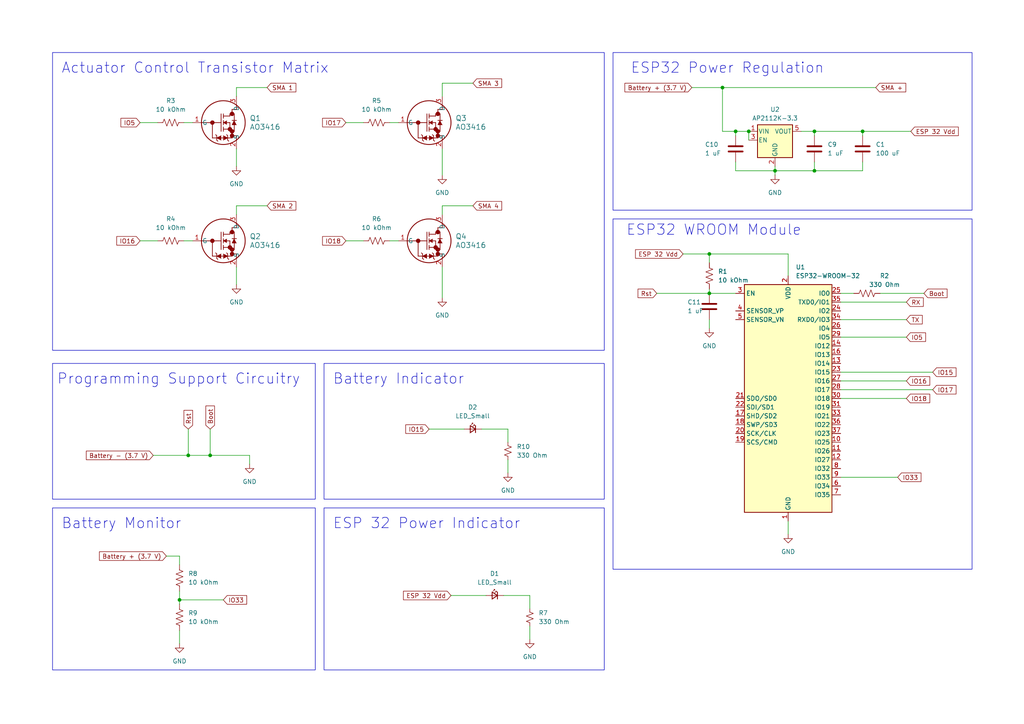
<source format=kicad_sch>
(kicad_sch (version 20230121) (generator eeschema)
  (paper "A4")
  (title_block (title "SMA Haptic Control Board") (date "2024-03-17") (rev "1") (company "CMU Soft Machine Lab"))
  (lib_symbols
    (symbol "2024-02-29_19-14-10:AO3416" (pin_names (offset 0.254))
      (property "Reference" "Q" (at 18.542 1.905 0))
      (property "Value" "AO3416" (at 18.542 -2.54 0))
      (symbol "AO3416_0_1"
        (polyline (pts (xy 2.54 0) (xy 8.255 0)) (stroke (width 0.2032)))
        (polyline (pts (xy 5.715 -4.445) (xy 5.715 0)) (stroke (width 0.2032)))
        (polyline (pts (xy 5.715 -4.445) (xy 6.985 -4.445)) (stroke (width 0.2032)))
        (polyline (pts (xy 6.985 -5.08) (xy 6.985 -3.81)) (stroke (width 0.2032)))
        (polyline (pts (xy 6.985 -5.08) (xy 7.3025 -5.3975)) (stroke (width 0.2032)))
        (polyline (pts (xy 6.985 -3.81) (xy 6.6675 -3.4925)) (stroke (width 0.2032)))
        (polyline (pts (xy 8.255 -2.54) (xy 8.255 2.54)) (stroke (width 0.2032)))
        (polyline (pts (xy 8.89 -4.445) (xy 8.255 -4.445)) (stroke (width 0.2032)))
        (polyline (pts (xy 8.89 -2.54) (xy 8.89 -1.27)) (stroke (width 0.2032)))
        (polyline (pts (xy 8.89 -1.905) (xy 10.795 -1.905)) (stroke (width 0.2032)))
        (polyline (pts (xy 8.89 -0.635) (xy 8.89 0.635)) (stroke (width 0.2032)))
        (polyline (pts (xy 8.89 1.27) (xy 8.89 2.54)) (stroke (width 0.2032)))
        (polyline (pts (xy 8.89 1.905) (xy 10.795 1.905)) (stroke (width 0.2032)))
        (polyline (pts (xy 9.906 0) (xy 10.795 0)) (stroke (width 0.2032)))
        (polyline (pts (xy 10.16 -5.08) (xy 10.4775 -5.3975)) (stroke (width 0.2032)))
        (polyline (pts (xy 10.16 -3.81) (xy 9.8425 -3.4925)) (stroke (width 0.2032)))
        (polyline (pts (xy 10.16 -3.81) (xy 10.16 -5.08)) (stroke (width 0.2032)))
        (polyline (pts (xy 10.795 -2.54) (xy 10.795 0)) (stroke (width 0.2032)))
        (polyline (pts (xy 10.795 -2.54) (xy 12.065 -2.54)) (stroke (width 0.2032)))
        (polyline (pts (xy 10.795 1.905) (xy 10.795 2.54)) (stroke (width 0.2032)))
        (polyline (pts (xy 10.795 2.54) (xy 12.065 2.54)) (stroke (width 0.2032)))
        (polyline (pts (xy 11.43 -4.445) (xy 10.16 -4.445)) (stroke (width 0.2032)))
        (polyline (pts (xy 11.43 -2.54) (xy 11.43 -4.445)) (stroke (width 0.2032)))
        (polyline (pts (xy 11.43 3.81) (xy 11.43 2.54)) (stroke (width 0.2032)))
        (polyline (pts (xy 11.43 3.81) (xy 12.7 3.81)) (stroke (width 0.2032)))
        (polyline (pts (xy 12.065 -2.54) (xy 12.065 -0.635)) (stroke (width 0.2032)))
        (polyline (pts (xy 12.065 0.635) (xy 12.065 2.54)) (stroke (width 0.2032)))
        (polyline (pts (xy 12.7 -5.08) (xy 12.7 -3.81)) (stroke (width 0.2032)))
        (polyline (pts (xy 12.7 -3.81) (xy 11.4554 -3.81)) (stroke (width 0.2032)))
        (polyline (pts (xy 12.7 0.635) (xy 11.43 0.635)) (stroke (width 0.2032)))
        (polyline (pts (xy 12.7 3.81) (xy 12.7 5.08)) (stroke (width 0.2032)))
        (polyline (pts (xy 8.255 -3.81) (xy 6.985 -4.445) (xy 8.255 -5.08)) (fill (type outline)))
        (polyline (pts (xy 8.89 -5.08) (xy 10.16 -4.445) (xy 8.89 -3.81)) (fill (type outline)))
        (polyline (pts (xy 9.906 0.508) (xy 8.89 0) (xy 9.906 -0.508)) (fill (type outline)))
        (polyline (pts (xy 12.7 -0.635) (xy 11.43 -0.635) (xy 12.065 0.635)) (fill (type outline)))
        (circle (center 5.715 0) (radius 0.127) (stroke (width 0.508)))
        (circle (center 8.89 0) (radius 6.35) (stroke (width 0.254)))
        (circle (center 10.795 -1.905) (radius 0.127) (stroke (width 0.508)))
        (circle (center 11.43 -3.81) (radius 0.127) (stroke (width 0.508)))
        (circle (center 11.43 -2.54) (radius 0.127) (stroke (width 0.508)))
        (circle (center 11.43 2.54) (radius 0.127) (stroke (width 0.508)))
        (pin unspecified line (at 0 0 0) (length 2.54) (name "G") (number "1"))
        (pin unspecified line (at 12.7 -7.62 90) (length 2.54) (name "S") (number "2"))
        (pin unspecified line (at 12.7 7.62 270) (length 2.54) (name "D") (number "3"))
      )
    )
    (symbol "Device:C" (pin_numbers hide) (pin_names (offset 0.254))
      (property "Reference" "C" (at 0.635 2.54 0))
      (property "Value" "C" (at 0.635 -2.54 0))
      (symbol "C_0_1"
        (polyline (pts (xy -2.032 -0.762) (xy 2.032 -0.762)) (stroke (width 0.508)))
        (polyline (pts (xy -2.032 0.762) (xy 2.032 0.762)) (stroke (width 0.508)))
      )
      (symbol "C_1_1"
        (pin passive line (at 0 3.81 270) (length 2.794) (name "~") (number "1"))
        (pin passive line (at 0 -3.81 90) (length 2.794) (name "~") (number "2"))
      )
    )
    (symbol "Device:LED_Small" (pin_numbers hide) (pin_names (offset 0.254) hide)
      (property "Reference" "D" (at -1.27 3.175 0))
      (property "Value" "LED_Small" (at -4.445 -2.54 0))
      (symbol "LED_Small_0_1"
        (polyline (pts (xy -0.762 -1.016) (xy -0.762 1.016)) (stroke (width 0.254)))
        (polyline (pts (xy 1.016 0) (xy -0.762 0)))
        (polyline (pts (xy 0.762 -1.016) (xy -0.762 0) (xy 0.762 1.016) (xy 0.762 -1.016)) (stroke (width 0.254)))
        (polyline (pts (xy 0 0.762) (xy -0.508 1.27) (xy -0.254 1.27) (xy -0.508 1.27) (xy -0.508 1.016)))
        (polyline (pts (xy 0.508 1.27) (xy 0 1.778) (xy 0.254 1.778) (xy 0 1.778) (xy 0 1.524)))
      )
      (symbol "LED_Small_1_1"
        (pin passive line (at -2.54 0 0) (length 1.778) (name "K") (number "1"))
        (pin passive line (at 2.54 0 180) (length 1.778) (name "A") (number "2"))
      )
    )
    (symbol "Device:R_Small_US" (pin_numbers hide) (pin_names (offset 0.254) hide)
      (property "Reference" "R" (at 0.762 0.508 0))
      (property "Value" "R_Small_US" (at 0.762 -1.016 0))
      (symbol "R_Small_US_1_1"
        (polyline (pts (xy 0 0) (xy 1.016 -0.381) (xy 0 -0.762) (xy -1.016 -1.143) (xy 0 -1.524)))
        (polyline (pts (xy 0 1.524) (xy 1.016 1.143) (xy 0 0.762) (xy -1.016 0.381) (xy 0 0)))
        (pin passive line (at 0 2.54 270) (length 1.016) (name "~") (number "1"))
        (pin passive line (at 0 -2.54 90) (length 1.016) (name "~") (number "2"))
      )
    )
    (symbol "Device:R_US" (pin_numbers hide) (pin_names (offset 0))
      (property "Reference" "R" (at 2.54 0 90))
      (property "Value" "R_US" (at -2.54 0 90))
      (symbol "R_US_0_1"
        (polyline (pts (xy 0 -2.286) (xy 0 -2.54)))
        (polyline (pts (xy 0 2.286) (xy 0 2.54)))
        (polyline (pts (xy 0 -0.762) (xy 1.016 -1.143) (xy 0 -1.524) (xy -1.016 -1.905) (xy 0 -2.286)))
        (polyline (pts (xy 0 0.762) (xy 1.016 0.381) (xy 0 0) (xy -1.016 -0.381) (xy 0 -0.762)))
        (polyline (pts (xy 0 2.286) (xy 1.016 1.905) (xy 0 1.524) (xy -1.016 1.143) (xy 0 0.762)))
      )
      (symbol "R_US_1_1"
        (pin passive line (at 0 3.81 270) (length 1.27) (name "~") (number "1"))
        (pin passive line (at 0 -3.81 90) (length 1.27) (name "~") (number "2"))
      )
    )
    (symbol "RF_Module:ESP32-WROOM-32"
      (property "Reference" "U" (at -12.7 34.29 0))
      (property "Value" "ESP32-WROOM-32" (at 1.27 34.29 0))
      (symbol "ESP32-WROOM-32_0_1"
        (rectangle (start -12.7 33.02) (end 12.7 -33.02) (stroke (width 0.254)) (fill (type background)))
      )
      (symbol "ESP32-WROOM-32_1_1"
        (pin power_in line (at 0 -35.56 90) (length 2.54) (name "GND") (number "1"))
        (pin bidirectional line (at 15.24 -12.7 180) (length 2.54) (name "IO25") (number "10"))
        (pin bidirectional line (at 15.24 -15.24 180) (length 2.54) (name "IO26") (number "11"))
        (pin bidirectional line (at 15.24 -17.78 180) (length 2.54) (name "IO27") (number "12"))
        (pin bidirectional line (at 15.24 10.16 180) (length 2.54) (name "IO14") (number "13"))
        (pin bidirectional line (at 15.24 15.24 180) (length 2.54) (name "IO12") (number "14"))
        (pin passive line (at 0 -35.56 90) (length 2.54) hide (name "GND") (number "15"))
        (pin bidirectional line (at 15.24 12.7 180) (length 2.54) (name "IO13") (number "16"))
        (pin bidirectional line (at -15.24 -5.08 0) (length 2.54) (name "SHD/SD2") (number "17"))
        (pin bidirectional line (at -15.24 -7.62 0) (length 2.54) (name "SWP/SD3") (number "18"))
        (pin bidirectional line (at -15.24 -12.7 0) (length 2.54) (name "SCS/CMD") (number "19"))
        (pin power_in line (at 0 35.56 270) (length 2.54) (name "VDD") (number "2"))
        (pin bidirectional line (at -15.24 -10.16 0) (length 2.54) (name "SCK/CLK") (number "20"))
        (pin bidirectional line (at -15.24 0 0) (length 2.54) (name "SDO/SD0") (number "21"))
        (pin bidirectional line (at -15.24 -2.54 0) (length 2.54) (name "SDI/SD1") (number "22"))
        (pin bidirectional line (at 15.24 7.62 180) (length 2.54) (name "IO15") (number "23"))
        (pin bidirectional line (at 15.24 25.4 180) (length 2.54) (name "IO2") (number "24"))
        (pin bidirectional line (at 15.24 30.48 180) (length 2.54) (name "IO0") (number "25"))
        (pin bidirectional line (at 15.24 20.32 180) (length 2.54) (name "IO4") (number "26"))
        (pin bidirectional line (at 15.24 5.08 180) (length 2.54) (name "IO16") (number "27"))
        (pin bidirectional line (at 15.24 2.54 180) (length 2.54) (name "IO17") (number "28"))
        (pin bidirectional line (at 15.24 17.78 180) (length 2.54) (name "IO5") (number "29"))
        (pin input line (at -15.24 30.48 0) (length 2.54) (name "EN") (number "3"))
        (pin bidirectional line (at 15.24 0 180) (length 2.54) (name "IO18") (number "30"))
        (pin bidirectional line (at 15.24 -2.54 180) (length 2.54) (name "IO19") (number "31"))
        (pin no_connect line (at -12.7 -27.94 0) (length 2.54) hide (name "NC") (number "32"))
        (pin bidirectional line (at 15.24 -5.08 180) (length 2.54) (name "IO21") (number "33"))
        (pin bidirectional line (at 15.24 22.86 180) (length 2.54) (name "RXD0/IO3") (number "34"))
        (pin bidirectional line (at 15.24 27.94 180) (length 2.54) (name "TXD0/IO1") (number "35"))
        (pin bidirectional line (at 15.24 -7.62 180) (length 2.54) (name "IO22") (number "36"))
        (pin bidirectional line (at 15.24 -10.16 180) (length 2.54) (name "IO23") (number "37"))
        (pin passive line (at 0 -35.56 90) (length 2.54) hide (name "GND") (number "38"))
        (pin passive line (at 0 -35.56 90) (length 2.54) hide (name "GND") (number "39"))
        (pin input line (at -15.24 25.4 0) (length 2.54) (name "SENSOR_VP") (number "4"))
        (pin input line (at -15.24 22.86 0) (length 2.54) (name "SENSOR_VN") (number "5"))
        (pin input line (at 15.24 -25.4 180) (length 2.54) (name "IO34") (number "6"))
        (pin input line (at 15.24 -27.94 180) (length 2.54) (name "IO35") (number "7"))
        (pin bidirectional line (at 15.24 -20.32 180) (length 2.54) (name "IO32") (number "8"))
        (pin bidirectional line (at 15.24 -22.86 180) (length 2.54) (name "IO33") (number "9"))
      )
    )
    (symbol "Regulator_Linear:AP2112K-3.3" (pin_names (offset 0.254))
      (property "Reference" "U" (at -5.08 5.715 0))
      (property "Value" "AP2112K-3.3" (at 0 5.715 0))
      (symbol "AP2112K-3.3_0_1"
        (rectangle (start -5.08 4.445) (end 5.08 -5.08) (stroke (width 0.254)) (fill (type background)))
      )
      (symbol "AP2112K-3.3_1_1"
        (pin power_in line (at -7.62 2.54 0) (length 2.54) (name "VIN") (number "1"))
        (pin power_in line (at 0 -7.62 90) (length 2.54) (name "GND") (number "2"))
        (pin input line (at -7.62 0 0) (length 2.54) (name "EN") (number "3"))
        (pin no_connect line (at 5.08 0 180) (length 2.54) hide (name "NC") (number "4"))
        (pin power_out line (at 7.62 2.54 180) (length 2.54) (name "VOUT") (number "5"))
      )
    )
    (symbol "power:GND" (power) (pin_names (offset 0))
      (property "Value" "GND" (at 0 -3.81 0))
      (symbol "GND_0_1"
        (polyline (pts (xy 0 0) (xy 0 -1.27) (xy 1.27 -1.27) (xy 0 -2.54) (xy -1.27 -1.27) (xy 0 -1.27)))
      )
      (symbol "GND_1_1"
        (pin power_in line (at 0 0 270) (length 0) hide (name "GND") (number "1"))
      )
    )
  )
  (junction (at 236.22 38.1))
  (junction (at 217.17 38.1))
  (junction (at 209.55 25.4))
  (junction (at 213.36 38.1))
  (junction (at 236.22 49.53))
  (junction (at 205.74 73.66))
  (junction (at 52.07 173.99))
  (junction (at 54.61 132.08))
  (junction (at 60.96 132.08))
  (junction (at 250.19 38.1))
  (junction (at 205.74 85.09))
  (junction (at 224.79 49.53))
  (wire (pts (xy 53.34 35.56) (xy 55.88 35.56)))
  (wire (pts (xy 52.07 161.29) (xy 52.07 163.83)))
  (wire (pts (xy 205.74 92.71) (xy 205.74 95.25)))
  (wire (pts (xy 243.84 87.63) (xy 262.89 87.63)))
  (wire (pts (xy 68.58 25.4) (xy 77.47 25.4)))
  (wire (pts (xy 54.61 124.46) (xy 54.61 132.08)))
  (wire (pts (xy 213.36 49.53) (xy 224.79 49.53)))
  (wire (pts (xy 236.22 38.1) (xy 250.19 38.1)))
  (wire (pts (xy 68.58 43.18) (xy 68.58 48.26)))
  (wire (pts (xy 236.22 46.99) (xy 236.22 49.53)))
  (wire (pts (xy 68.58 77.47) (xy 68.58 82.55)))
  (wire (pts (xy 124.46 124.46) (xy 134.62 124.46)))
  (wire (pts (xy 72.39 132.08) (xy 72.39 134.62)))
  (wire (pts (xy 209.55 38.1) (xy 209.55 25.4)))
  (wire (pts (xy 128.27 59.69) (xy 128.27 62.23)))
  (wire (pts (xy 146.05 172.72) (xy 153.67 172.72)))
  (wire (pts (xy 100.33 35.56) (xy 105.41 35.56)))
  (wire (pts (xy 217.17 38.1) (xy 217.17 40.64)))
  (wire (pts (xy 209.55 25.4) (xy 254 25.4)))
  (wire (pts (xy 147.32 124.46) (xy 147.32 128.27)))
  (wire (pts (xy 243.84 85.09) (xy 247.65 85.09)))
  (wire (pts (xy 250.19 38.1) (xy 264.16 38.1)))
  (wire (pts (xy 60.96 132.08) (xy 72.39 132.08)))
  (wire (pts (xy 243.84 110.49) (xy 262.89 110.49)))
  (wire (pts (xy 236.22 49.53) (xy 224.79 49.53)))
  (wire (pts (xy 243.84 107.95) (xy 270.51 107.95)))
  (wire (pts (xy 243.84 92.71) (xy 262.89 92.71)))
  (wire (pts (xy 213.36 46.99) (xy 213.36 49.53)))
  (wire (pts (xy 255.27 85.09) (xy 267.97 85.09)))
  (wire (pts (xy 137.16 24.13) (xy 128.27 24.13)))
  (wire (pts (xy 153.67 181.61) (xy 153.67 185.42)))
  (wire (pts (xy 130.81 172.72) (xy 140.97 172.72)))
  (wire (pts (xy 113.03 35.56) (xy 115.57 35.56)))
  (wire (pts (xy 77.47 59.69) (xy 68.58 59.69)))
  (wire (pts (xy 52.07 173.99) (xy 64.77 173.99)))
  (wire (pts (xy 262.89 97.79) (xy 243.84 97.79)))
  (wire (pts (xy 243.84 113.03) (xy 270.51 113.03)))
  (wire (pts (xy 40.64 35.56) (xy 45.72 35.56)))
  (wire (pts (xy 40.64 69.85) (xy 45.72 69.85)))
  (wire (pts (xy 190.5 85.09) (xy 205.74 85.09)))
  (wire (pts (xy 200.66 25.4) (xy 209.55 25.4)))
  (wire (pts (xy 48.26 161.29) (xy 52.07 161.29)))
  (wire (pts (xy 243.84 138.43) (xy 260.35 138.43)))
  (wire (pts (xy 52.07 182.88) (xy 52.07 186.69)))
  (wire (pts (xy 153.67 172.72) (xy 153.67 176.53)))
  (wire (pts (xy 128.27 43.18) (xy 128.27 50.8)))
  (wire (pts (xy 209.55 38.1) (xy 213.36 38.1)))
  (wire (pts (xy 213.36 85.09) (xy 205.74 85.09)))
  (wire (pts (xy 44.45 132.08) (xy 54.61 132.08)))
  (wire (pts (xy 228.6 151.13) (xy 228.6 154.94)))
  (wire (pts (xy 53.34 69.85) (xy 55.88 69.85)))
  (wire (pts (xy 52.07 173.99) (xy 52.07 175.26)))
  (wire (pts (xy 205.74 85.09) (xy 205.74 83.82)))
  (wire (pts (xy 100.33 69.85) (xy 105.41 69.85)))
  (wire (pts (xy 213.36 38.1) (xy 217.17 38.1)))
  (wire (pts (xy 205.74 73.66) (xy 228.6 73.66)))
  (wire (pts (xy 113.03 69.85) (xy 115.57 69.85)))
  (wire (pts (xy 128.27 24.13) (xy 128.27 27.94)))
  (wire (pts (xy 250.19 49.53) (xy 236.22 49.53)))
  (wire (pts (xy 224.79 48.26) (xy 224.79 49.53)))
  (wire (pts (xy 205.74 73.66) (xy 205.74 76.2)))
  (wire (pts (xy 236.22 38.1) (xy 236.22 39.37)))
  (wire (pts (xy 232.41 38.1) (xy 236.22 38.1)))
  (wire (pts (xy 60.96 124.46) (xy 60.96 132.08)))
  (wire (pts (xy 224.79 49.53) (xy 224.79 50.8)))
  (wire (pts (xy 228.6 73.66) (xy 228.6 80.01)))
  (wire (pts (xy 54.61 132.08) (xy 60.96 132.08)))
  (wire (pts (xy 250.19 38.1) (xy 250.19 39.37)))
  (wire (pts (xy 198.12 73.66) (xy 205.74 73.66)))
  (wire (pts (xy 137.16 59.69) (xy 128.27 59.69)))
  (wire (pts (xy 213.36 39.37) (xy 213.36 38.1)))
  (wire (pts (xy 52.07 171.45) (xy 52.07 173.99)))
  (wire (pts (xy 128.27 77.47) (xy 128.27 86.36)))
  (wire (pts (xy 68.58 59.69) (xy 68.58 62.23)))
  (wire (pts (xy 139.7 124.46) (xy 147.32 124.46)))
  (wire (pts (xy 243.84 115.57) (xy 262.89 115.57)))
  (wire (pts (xy 68.58 27.94) (xy 68.58 25.4)))
  (wire (pts (xy 147.32 133.35) (xy 147.32 137.16)))
  (wire (pts (xy 250.19 46.99) (xy 250.19 49.53)))
  (rectangle (start 177.8 15.24) (end 281.94 60.96))
  (rectangle (start 93.98 147.32) (end 175.26 194.31))
  (rectangle (start 15.24 15.24) (end 175.26 101.6))
  (rectangle (start 177.8 63.5) (end 281.94 165.1))
  (rectangle (start 15.24 147.32) (end 91.44 194.31))
  (rectangle (start 15.24 105.41) (end 91.44 144.78))
  (rectangle (start 93.98 105.41) (end 175.26 144.78))
  (text "Actuator Control Transistor Matrix" (at 17.78 21.59 0) (effects (font (size 3 3)) (justify left bottom)))
  (text "ESP 32 Power Indicator" (at 96.52 153.67 0) (effects (font (size 3 3)) (justify left bottom)))
  (text "Battery Indicator" (at 96.52 111.76 0) (effects (font (size 3 3)) (justify left bottom)))
  (text "ESP32 WROOM Module" (at 181.61 68.58 0) (effects (font (size 3 3)) (justify left bottom)))
  (text "Battery Monitor" (at 17.78 153.67 0) (effects (font (size 3 3)) (justify left bottom)))
  (text "Programming Support Circuitry\n" (at 16.51 111.76 0) (effects (font (size 3 3)) (justify left bottom)))
  (text "ESP32 Power Regulation" (at 182.88 21.59 0) (effects (font (size 3 3)) (justify left bottom)))
  (global_label "IO17" (shape input) (at 100.33 35.56 180) (property "Intersheetrefs" "${INTERSHEET_REFS}" (effects hide)))
  (global_label "ESP 32 Vdd" (shape input) (at 198.12 73.66 180) (property "Intersheetrefs" "${INTERSHEET_REFS}" (effects hide)))
  (global_label "Battery - (3.7 V)" (shape input) (at 44.45 132.08 180) (property "Intersheetrefs" "${INTERSHEET_REFS}" (effects hide)))
  (global_label "SMA +" (shape input) (at 254 25.4 0) (property "Intersheetrefs" "${INTERSHEET_REFS}" (effects hide)))
  (global_label "SMA 3" (shape input) (at 137.16 24.13 0) (property "Intersheetrefs" "${INTERSHEET_REFS}" (effects hide)))
  (global_label "IO15" (shape input) (at 124.46 124.46 180) (property "Intersheetrefs" "${INTERSHEET_REFS}" (effects hide)))
  (global_label "IO17" (shape input) (at 270.51 113.03 0) (property "Intersheetrefs" "${INTERSHEET_REFS}" (effects hide)))
  (global_label "SMA 2" (shape input) (at 77.47 59.69 0) (property "Intersheetrefs" "${INTERSHEET_REFS}" (effects hide)))
  (global_label "IO16" (shape input) (at 262.89 110.49 0) (property "Intersheetrefs" "${INTERSHEET_REFS}" (effects hide)))
  (global_label "TX" (shape input) (at 262.89 92.71 0) (property "Intersheetrefs" "${INTERSHEET_REFS}" (effects hide)))
  (global_label "IO18" (shape input) (at 100.33 69.85 180) (property "Intersheetrefs" "${INTERSHEET_REFS}" (effects hide)))
  (global_label "IO5" (shape input) (at 40.64 35.56 180) (property "Intersheetrefs" "${INTERSHEET_REFS}" (effects hide)))
  (global_label "IO33" (shape input) (at 260.35 138.43 0) (property "Intersheetrefs" "${INTERSHEET_REFS}" (effects hide)))
  (global_label "IO15" (shape input) (at 270.51 107.95 0) (property "Intersheetrefs" "${INTERSHEET_REFS}" (effects hide)))
  (global_label "ESP 32 Vdd" (shape input) (at 130.81 172.72 180) (property "Intersheetrefs" "${INTERSHEET_REFS}" (effects hide)))
  (global_label "SMA 4" (shape input) (at 137.16 59.69 0) (property "Intersheetrefs" "${INTERSHEET_REFS}" (effects hide)))
  (global_label "SMA 1" (shape input) (at 77.47 25.4 0) (property "Intersheetrefs" "${INTERSHEET_REFS}" (effects hide)))
  (global_label "Battery + (3.7 V)" (shape input) (at 48.26 161.29 180) (property "Intersheetrefs" "${INTERSHEET_REFS}" (effects hide)))
  (global_label "Rst" (shape input) (at 190.5 85.09 180) (property "Intersheetrefs" "${INTERSHEET_REFS}" (effects hide)))
  (global_label "IO33" (shape input) (at 64.77 173.99 0) (property "Intersheetrefs" "${INTERSHEET_REFS}" (effects hide)))
  (global_label "Boot" (shape input) (at 267.97 85.09 0) (property "Intersheetrefs" "${INTERSHEET_REFS}" (effects hide)))
  (global_label "Battery + (3.7 V)" (shape input) (at 200.66 25.4 180) (property "Intersheetrefs" "${INTERSHEET_REFS}" (effects hide)))
  (global_label "IO16" (shape input) (at 40.64 69.85 180) (property "Intersheetrefs" "${INTERSHEET_REFS}" (effects hide)))
  (global_label "RX" (shape input) (at 262.89 87.63 0) (property "Intersheetrefs" "${INTERSHEET_REFS}" (effects hide)))
  (global_label "Rst" (shape input) (at 54.61 124.46 90) (property "Intersheetrefs" "${INTERSHEET_REFS}" (effects hide)))
  (global_label "ESP 32 Vdd" (shape input) (at 264.16 38.1 0) (property "Intersheetrefs" "${INTERSHEET_REFS}" (effects hide)))
  (global_label "IO18" (shape input) (at 262.89 115.57 0) (property "Intersheetrefs" "${INTERSHEET_REFS}" (effects hide)))
  (global_label "Boot" (shape input) (at 60.96 124.46 90) (property "Intersheetrefs" "${INTERSHEET_REFS}" (effects hide)))
  (global_label "IO5" (shape input) (at 262.89 97.79 0) (property "Intersheetrefs" "${INTERSHEET_REFS}" (effects hide)))
  (symbol (lib_id "Device:C") (at 236.22 43.18 0) (unit 1)
    (property "Reference" "C9" (at 240.03 41.91 0) (effects (justify left)))
    (property "Value" "1 uF" (at 240.03 44.45 0) (effects (justify left)))
    (property "Footprint" "Capacitor_SMD:C_0603_1608Metric_Pad1.08x0.95mm_HandSolder" (effects hide))
  )
  (symbol (lib_id "Device:R_US") (at 49.53 69.85 90) (unit 1)
    (property "Reference" "R4" (at 49.53 63.5 90))
    (property "Value" "10 kOhm" (at 49.53 66.04 90))
    (property "Footprint" "Resistor_SMD:R_0805_2012Metric_Pad1.20x1.40mm_HandSolder" (effects hide))
  )
  (symbol (lib_id "Device:R_US") (at 251.46 85.09 90) (unit 1)
    (property "Reference" "R2" (at 256.54 80.01 90))
    (property "Value" "330 Ohm" (at 256.54 82.55 90))
    (property "Footprint" "Resistor_SMD:R_0603_1608Metric_Pad0.98x0.95mm_HandSolder" (effects hide))
  )
  (symbol (lib_id "Device:R_US") (at 49.53 35.56 90) (unit 1)
    (property "Reference" "R3" (at 49.53 29.21 90))
    (property "Value" "10 kOhm" (at 49.53 31.75 90))
    (property "Footprint" "Resistor_SMD:R_0805_2012Metric_Pad1.20x1.40mm_HandSolder" (effects hide))
  )
  (symbol (lib_id "Device:LED_Small") (at 137.16 124.46 0) (mirror y) (unit 1)
    (property "Reference" "D2" (at 137.0965 118.11 0))
    (property "Value" "LED_Small" (at 137.0965 120.65 0))
    (property "Footprint" "LED_SMD:LED_0603_1608Metric_Pad1.05x0.95mm_HandSolder" (effects hide))
  )
  (symbol (lib_id "power:GND") (at 52.07 186.69 0) (unit 1)
    (property "Reference" "#PWR014" (effects hide))
    (property "Value" "GND" (at 52.07 191.77 0))
  )
  (symbol (lib_id "Regulator_Linear:AP2112K-3.3") (at 224.79 40.64 0) (unit 1)
    (property "Reference" "U2" (at 224.79 31.75 0))
    (property "Value" "AP2112K-3.3" (at 224.79 34.29 0))
    (property "Footprint" "Package_TO_SOT_SMD:SOT-23-5" (effects hide))
    (property "Datasheet" "https://www.diodes.com/assets/Datasheets/AP2112.pdf" (effects hide))
  )
  (symbol (lib_id "power:GND") (at 153.67 185.42 0) (unit 1)
    (property "Reference" "#PWR013" (effects hide))
    (property "Value" "GND" (at 153.67 190.5 0))
  )
  (symbol (lib_id "power:GND") (at 128.27 50.8 0) (unit 1)
    (property "Reference" "#PWR010" (effects hide))
    (property "Value" "GND" (at 128.27 55.88 0))
  )
  (symbol (lib_id "power:GND") (at 224.79 50.8 0) (unit 1)
    (property "Reference" "#PWR05" (effects hide))
    (property "Value" "GND" (at 224.79 55.88 0))
  )
  (symbol (lib_id "power:GND") (at 128.27 86.36 0) (unit 1)
    (property "Reference" "#PWR09" (effects hide))
    (property "Value" "GND" (at 128.27 91.44 0))
  )
  (symbol (lib_id "Device:R_US") (at 109.22 69.85 90) (unit 1)
    (property "Reference" "R6" (at 109.22 63.5 90))
    (property "Value" "10 kOhm" (at 109.22 66.04 90))
    (property "Footprint" "Resistor_SMD:R_0805_2012Metric_Pad1.20x1.40mm_HandSolder" (effects hide))
  )
  (symbol (lib_id "power:GND") (at 205.74 95.25 0) (unit 1)
    (property "Reference" "#PWR012" (effects hide))
    (property "Value" "GND" (at 205.74 100.33 0))
  )
  (symbol (lib_id "Device:R_US") (at 52.07 179.07 180) (unit 1)
    (property "Reference" "R9" (at 54.61 177.8 0) (effects (justify right)))
    (property "Value" "10 kOhm" (at 54.61 180.34 0) (effects (justify right)))
    (property "Footprint" "Resistor_SMD:R_0805_2012Metric_Pad1.20x1.40mm_HandSolder" (effects hide))
  )
  (symbol (lib_id "Device:C") (at 213.36 43.18 0) (unit 1)
    (property "Reference" "C10" (at 204.47 41.91 0) (effects (justify left)))
    (property "Value" "1 uF" (at 204.47 44.45 0) (effects (justify left)))
    (property "Footprint" "Capacitor_SMD:C_0603_1608Metric_Pad1.08x0.95mm_HandSolder" (effects hide))
  )
  (symbol (lib_id "power:GND") (at 72.39 134.62 0) (unit 1)
    (property "Reference" "#PWR011" (effects hide))
    (property "Value" "GND" (at 72.39 139.7 0))
  )
  (symbol (lib_id "2024-02-29_19-14-10:AO3416") (at 55.88 69.85 0) (unit 1)
    (property "Reference" "Q2" (at 72.39 68.58 0) (effects (font (size 1.524 1.524)) (justify left)))
    (property "Value" "AO3416" (at 72.39 71.12 0) (effects (font (size 1.524 1.524)) (justify left)))
    (property "Footprint" "SOT23_AOS" (effects hide))
    (property "Datasheet" "AO3416" (effects hide))
  )
  (symbol (lib_id "Device:R_Small_US") (at 153.67 179.07 0) (unit 1)
    (property "Reference" "R7" (at 156.21 177.8 0) (effects (justify left)))
    (property "Value" "330 Ohm" (at 156.21 180.34 0) (effects (justify left)))
    (property "Footprint" "Resistor_SMD:R_0603_1608Metric_Pad0.98x0.95mm_HandSolder" (effects hide))
  )
  (symbol (lib_id "Device:C") (at 250.19 43.18 0) (unit 1)
    (property "Reference" "C1" (at 254 41.91 0) (effects (justify left)))
    (property "Value" "100 uF" (at 254 44.45 0) (effects (justify left)))
    (property "Footprint" "Capacitor_SMD:C_1206_3216Metric_Pad1.33x1.80mm_HandSolder" (effects hide))
  )
  (symbol (lib_id "Device:LED_Small") (at 143.51 172.72 0) (mirror y) (unit 1)
    (property "Reference" "D1" (at 143.4465 166.37 0))
    (property "Value" "LED_Small" (at 143.4465 168.91 0))
    (property "Footprint" "LED_SMD:LED_0603_1608Metric_Pad1.05x0.95mm_HandSolder" (effects hide))
  )
  (symbol (lib_id "power:GND") (at 68.58 48.26 0) (unit 1)
    (property "Reference" "#PWR07" (effects hide))
    (property "Value" "GND" (at 68.58 53.34 0))
  )
  (symbol (lib_id "power:GND") (at 68.58 82.55 0) (unit 1)
    (property "Reference" "#PWR08" (effects hide))
    (property "Value" "GND" (at 68.58 87.63 0))
  )
  (symbol (lib_id "power:GND") (at 147.32 137.16 0) (unit 1)
    (property "Reference" "#PWR015" (effects hide))
    (property "Value" "GND" (at 147.32 142.24 0))
  )
  (symbol (lib_id "Device:R_US") (at 205.74 80.01 0) (unit 1)
    (property "Reference" "R1" (at 208.28 78.74 0) (effects (justify left)))
    (property "Value" "10 kOhm" (at 208.28 81.28 0) (effects (justify left)))
    (property "Footprint" "Resistor_SMD:R_0805_2012Metric_Pad1.20x1.40mm_HandSolder" (effects hide))
  )
  (symbol (lib_id "2024-02-29_19-14-10:AO3416") (at 115.57 69.85 0) (unit 1)
    (property "Reference" "Q4" (at 132.08 68.58 0) (effects (font (size 1.524 1.524)) (justify left)))
    (property "Value" "AO3416" (at 132.08 71.12 0) (effects (font (size 1.524 1.524)) (justify left)))
    (property "Footprint" "SOT23_AOS" (effects hide))
    (property "Datasheet" "AO3416" (effects hide))
  )
  (symbol (lib_id "Device:R_US") (at 109.22 35.56 90) (unit 1)
    (property "Reference" "R5" (at 109.22 29.21 90))
    (property "Value" "10 kOhm" (at 109.22 31.75 90))
    (property "Footprint" "Resistor_SMD:R_0805_2012Metric_Pad1.20x1.40mm_HandSolder" (effects hide))
  )
  (symbol (lib_id "2024-02-29_19-14-10:AO3416") (at 55.88 35.56 0) (unit 1)
    (property "Reference" "Q1" (at 72.39 34.29 0) (effects (font (size 1.524 1.524)) (justify left)))
    (property "Value" "AO3416" (at 72.39 36.83 0) (effects (font (size 1.524 1.524)) (justify left)))
    (property "Footprint" "SOT23_AOS" (effects hide))
    (property "Datasheet" "AO3416" (effects hide))
  )
  (symbol (lib_id "RF_Module:ESP32-WROOM-32") (at 228.6 115.57 0) (unit 1)
    (property "Reference" "U1" (at 230.7941 77.47 0) (effects (justify left)))
    (property "Value" "ESP32-WROOM-32" (at 230.7941 80.01 0) (effects (justify left)))
    (property "Footprint" "RF_Module:ESP32-WROOM-32" (effects hide))
    (property "Datasheet" "https://www.espressif.com/sites/default/files/documentation/esp32-wroom-32_datasheet_en.pdf" (effects hide))
  )
  (symbol (lib_id "Device:R_Small_US") (at 147.32 130.81 0) (unit 1)
    (property "Reference" "R10" (at 149.86 129.54 0) (effects (justify left)))
    (property "Value" "330 Ohm" (at 149.86 132.08 0) (effects (justify left)))
    (property "Footprint" "Resistor_SMD:R_0603_1608Metric_Pad0.98x0.95mm_HandSolder" (effects hide))
  )
  (symbol (lib_id "Device:R_US") (at 52.07 167.64 180) (unit 1)
    (property "Reference" "R8" (at 54.61 166.37 0) (effects (justify right)))
    (property "Value" "10 kOhm" (at 54.61 168.91 0) (effects (justify right)))
    (property "Footprint" "Resistor_SMD:R_0805_2012Metric_Pad1.20x1.40mm_HandSolder" (effects hide))
  )
  (symbol (lib_id "power:GND") (at 228.6 154.94 0) (unit 1)
    (property "Reference" "#PWR06" (effects hide))
    (property "Value" "GND" (at 228.6 160.02 0))
  )
  (symbol (lib_id "Device:C") (at 205.74 88.9 0) (unit 1)
    (property "Reference" "C11" (at 199.39 87.63 0) (effects (justify left)))
    (property "Value" "1 uF" (at 199.39 90.17 0) (effects (justify left)))
    (property "Footprint" "Capacitor_SMD:C_0603_1608Metric_Pad1.08x0.95mm_HandSolder" (effects hide))
  )
  (symbol (lib_id "2024-02-29_19-14-10:AO3416") (at 115.57 35.56 0) (unit 1)
    (property "Reference" "Q3" (at 132.08 34.29 0) (effects (font (size 1.524 1.524)) (justify left)))
    (property "Value" "AO3416" (at 132.08 36.83 0) (effects (font (size 1.524 1.524)) (justify left)))
    (property "Footprint" "SOT23_AOS" (effects hide))
    (property "Datasheet" "AO3416" (effects hide))
  )
)
</source>
